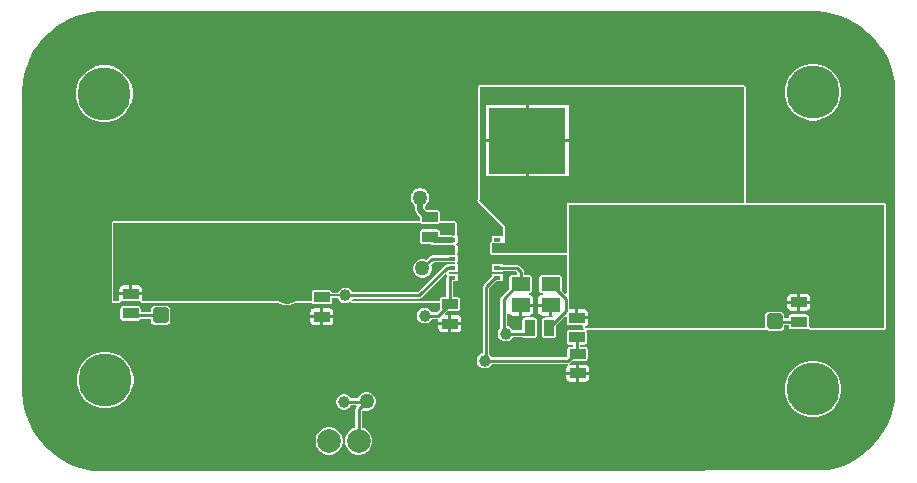
<source format=gtl>
G04*
G04 #@! TF.GenerationSoftware,Altium Limited,Altium Designer,23.5.1 (21)*
G04*
G04 Layer_Physical_Order=1*
G04 Layer_Color=255*
%FSLAX25Y25*%
%MOIN*%
G70*
G04*
G04 #@! TF.SameCoordinates,F2DA617C-CCEF-44E5-B4ED-05EE2DC053E7*
G04*
G04*
G04 #@! TF.FilePolarity,Positive*
G04*
G01*
G75*
%ADD11C,0.00984*%
G04:AMPARAMS|DCode=15|XSize=62.99mil|YSize=118.11mil|CornerRadius=4.72mil|HoleSize=0mil|Usage=FLASHONLY|Rotation=90.000|XOffset=0mil|YOffset=0mil|HoleType=Round|Shape=RoundedRectangle|*
%AMROUNDEDRECTD15*
21,1,0.06299,0.10866,0,0,90.0*
21,1,0.05354,0.11811,0,0,90.0*
1,1,0.00945,0.05433,0.02677*
1,1,0.00945,0.05433,-0.02677*
1,1,0.00945,-0.05433,-0.02677*
1,1,0.00945,-0.05433,0.02677*
%
%ADD15ROUNDEDRECTD15*%
%ADD16R,0.11221X0.04921*%
%ADD17R,0.25591X0.21850*%
%ADD18C,0.03937*%
G04:AMPARAMS|DCode=19|XSize=55.12mil|YSize=35.43mil|CornerRadius=2.66mil|HoleSize=0mil|Usage=FLASHONLY|Rotation=180.000|XOffset=0mil|YOffset=0mil|HoleType=Round|Shape=RoundedRectangle|*
%AMROUNDEDRECTD19*
21,1,0.05512,0.03012,0,0,180.0*
21,1,0.04980,0.03543,0,0,180.0*
1,1,0.00532,-0.02490,0.01506*
1,1,0.00532,0.02490,0.01506*
1,1,0.00532,0.02490,-0.01506*
1,1,0.00532,-0.02490,-0.01506*
%
%ADD19ROUNDEDRECTD19*%
G04:AMPARAMS|DCode=20|XSize=49.21mil|YSize=62.99mil|CornerRadius=4.92mil|HoleSize=0mil|Usage=FLASHONLY|Rotation=90.000|XOffset=0mil|YOffset=0mil|HoleType=Round|Shape=RoundedRectangle|*
%AMROUNDEDRECTD20*
21,1,0.04921,0.05315,0,0,90.0*
21,1,0.03937,0.06299,0,0,90.0*
1,1,0.00984,0.02657,0.01968*
1,1,0.00984,0.02657,-0.01968*
1,1,0.00984,-0.02657,-0.01968*
1,1,0.00984,-0.02657,0.01968*
%
%ADD20ROUNDEDRECTD20*%
%ADD22R,0.02362X0.01181*%
G04:AMPARAMS|DCode=23|XSize=51.18mil|YSize=51.18mil|CornerRadius=5.12mil|HoleSize=0mil|Usage=FLASHONLY|Rotation=270.000|XOffset=0mil|YOffset=0mil|HoleType=Round|Shape=RoundedRectangle|*
%AMROUNDEDRECTD23*
21,1,0.05118,0.04095,0,0,270.0*
21,1,0.04095,0.05118,0,0,270.0*
1,1,0.01024,-0.02047,-0.02047*
1,1,0.01024,-0.02047,0.02047*
1,1,0.01024,0.02047,0.02047*
1,1,0.01024,0.02047,-0.02047*
%
%ADD23ROUNDEDRECTD23*%
G04:AMPARAMS|DCode=24|XSize=55.12mil|YSize=35.43mil|CornerRadius=2.66mil|HoleSize=0mil|Usage=FLASHONLY|Rotation=270.000|XOffset=0mil|YOffset=0mil|HoleType=Round|Shape=RoundedRectangle|*
%AMROUNDEDRECTD24*
21,1,0.05512,0.03012,0,0,270.0*
21,1,0.04980,0.03543,0,0,270.0*
1,1,0.00532,-0.01506,-0.02490*
1,1,0.00532,-0.01506,0.02490*
1,1,0.00532,0.01506,0.02490*
1,1,0.00532,0.01506,-0.02490*
%
%ADD24ROUNDEDRECTD24*%
%ADD25R,0.12500X0.12992*%
%ADD42R,0.10236X0.11811*%
%ADD43C,0.01968*%
%ADD44C,0.00600*%
%ADD45C,0.07874*%
%ADD46C,0.09055*%
%ADD47C,0.17717*%
%ADD48C,0.10000*%
%ADD49C,0.05000*%
G36*
X269511Y152176D02*
X272160Y151649D01*
X274744Y150866D01*
X277239Y149832D01*
X279621Y148559D01*
X281867Y147058D01*
X283955Y145345D01*
X285865Y143435D01*
X287578Y141347D01*
X289078Y139102D01*
X290352Y136720D01*
X291385Y134224D01*
X292169Y131640D01*
X292696Y128991D01*
X292961Y126303D01*
Y124953D01*
Y26528D01*
Y25177D01*
X292696Y22489D01*
X292169Y19840D01*
X291385Y17256D01*
X290352Y14761D01*
X289078Y12379D01*
X287578Y10133D01*
X285865Y8045D01*
X283955Y6135D01*
X281867Y4422D01*
X279621Y2922D01*
X277239Y1648D01*
X274744Y615D01*
X272160Y-169D01*
X270465Y-506D01*
X187916Y-961D01*
X27902D01*
X25214Y-696D01*
X22565Y-169D01*
X19980Y615D01*
X17485Y1648D01*
X15103Y2922D01*
X12857Y4422D01*
X10770Y6135D01*
X8860Y8045D01*
X7147Y10133D01*
X5646Y12379D01*
X4373Y14761D01*
X3339Y17256D01*
X2555Y19840D01*
X2028Y22489D01*
X1764Y25177D01*
Y26528D01*
Y124953D01*
Y126303D01*
X2028Y128991D01*
X2555Y131640D01*
X3339Y134224D01*
X4373Y136720D01*
X5646Y139102D01*
X7146Y141347D01*
X8860Y143435D01*
X10770Y145345D01*
X12857Y147058D01*
X15103Y148559D01*
X17485Y149832D01*
X19980Y150866D01*
X22565Y151649D01*
X25214Y152176D01*
X27902Y152441D01*
X266823D01*
X269511Y152176D01*
D02*
G37*
%LPC*%
G36*
X266404Y134931D02*
X264541D01*
X262714Y134567D01*
X260992Y133854D01*
X259443Y132819D01*
X258126Y131502D01*
X257091Y129953D01*
X256378Y128231D01*
X256014Y126404D01*
Y124541D01*
X256378Y122714D01*
X257091Y120992D01*
X258126Y119443D01*
X259443Y118126D01*
X260992Y117091D01*
X262714Y116378D01*
X264541Y116014D01*
X266404D01*
X268231Y116378D01*
X269953Y117091D01*
X271502Y118126D01*
X272819Y119443D01*
X273854Y120992D01*
X274567Y122714D01*
X274931Y124541D01*
Y126404D01*
X274567Y128231D01*
X273854Y129953D01*
X272819Y131502D01*
X271502Y132819D01*
X269953Y133854D01*
X268231Y134567D01*
X266404Y134931D01*
D02*
G37*
G36*
X30184Y134411D02*
X28320D01*
X26493Y134047D01*
X24772Y133335D01*
X23223Y132299D01*
X21905Y130982D01*
X20870Y129433D01*
X20157Y127712D01*
X19794Y125884D01*
Y124021D01*
X20157Y122194D01*
X20870Y120473D01*
X21905Y118923D01*
X23223Y117606D01*
X24772Y116571D01*
X26493Y115858D01*
X28320Y115495D01*
X30184D01*
X32011Y115858D01*
X33732Y116571D01*
X35281Y117606D01*
X36599Y118923D01*
X37634Y120473D01*
X38347Y122194D01*
X38710Y124021D01*
Y125884D01*
X38347Y127712D01*
X37634Y129433D01*
X36599Y130982D01*
X35281Y132299D01*
X33732Y133335D01*
X32011Y134047D01*
X30184Y134411D01*
D02*
G37*
G36*
X242425Y127849D02*
X154325D01*
X153866Y127659D01*
X153675Y127200D01*
Y89641D01*
X153575Y89400D01*
X153765Y88941D01*
X162051Y80656D01*
Y77963D01*
X161986Y77490D01*
X158424D01*
Y75750D01*
X157983Y75568D01*
X157793Y75109D01*
Y71959D01*
X157983Y71500D01*
X158442Y71310D01*
X183351D01*
Y58401D01*
X182889Y58210D01*
X181733Y59365D01*
X181771Y59555D01*
Y63492D01*
X181686Y63918D01*
X181445Y64280D01*
X181084Y64521D01*
X180657Y64606D01*
X175343D01*
X174916Y64521D01*
X174555Y64280D01*
X174314Y63918D01*
X174229Y63492D01*
Y59555D01*
X174314Y59129D01*
X174555Y58768D01*
X174916Y58526D01*
X175343Y58442D01*
Y57966D01*
X174760Y57850D01*
X174267Y57521D01*
X173937Y57027D01*
X173821Y56445D01*
Y54976D01*
X178000D01*
Y54476D01*
X178500D01*
Y50986D01*
X178829D01*
X179084Y50486D01*
X179002Y50373D01*
X175990D01*
X175652Y50306D01*
X175366Y50114D01*
X175175Y49828D01*
X175107Y49490D01*
Y44510D01*
X175175Y44172D01*
X175366Y43886D01*
X175652Y43694D01*
X175990Y43627D01*
X179002D01*
X179340Y43694D01*
X179626Y43886D01*
X179817Y44172D01*
X179885Y44510D01*
Y47814D01*
X182890Y50819D01*
X183352Y50627D01*
Y48742D01*
X183419Y48404D01*
X183610Y48118D01*
X183897Y47927D01*
X184234Y47859D01*
X188453D01*
X188812Y47436D01*
X188861Y46936D01*
X188964Y46743D01*
X189007Y46641D01*
X188795Y46141D01*
X184234D01*
X183897Y46073D01*
X183610Y45882D01*
X183419Y45596D01*
X183352Y45258D01*
Y42246D01*
X183419Y41908D01*
X183610Y41622D01*
X183897Y41431D01*
X184234Y41363D01*
X185611D01*
Y40637D01*
X184510D01*
X184172Y40569D01*
X183886Y40378D01*
X183694Y40092D01*
X183627Y39754D01*
Y37434D01*
X183307Y37113D01*
X158323D01*
X158055Y37577D01*
X157577Y38055D01*
X157576Y38056D01*
Y60088D01*
X159998Y62510D01*
X161986D01*
Y64891D01*
X158424D01*
Y64085D01*
X155675Y61336D01*
X155434Y60975D01*
X155349Y60549D01*
Y38485D01*
X155009Y38394D01*
X154423Y38055D01*
X153945Y37577D01*
X153606Y36991D01*
X153431Y36338D01*
Y35662D01*
X153606Y35009D01*
X153945Y34423D01*
X154423Y33945D01*
X155009Y33606D01*
X155662Y33432D01*
X156338D01*
X156991Y33606D01*
X157577Y33945D01*
X158055Y34423D01*
X158323Y34887D01*
X183724D01*
X183768Y34887D01*
X183812Y34881D01*
X183967Y34418D01*
X183872Y34354D01*
X183597Y34170D01*
X183317Y33752D01*
X183219Y33258D01*
Y32252D01*
X186500D01*
Y34548D01*
X184510D01*
X184343Y34515D01*
X184194Y34971D01*
X184326Y35059D01*
X184555Y35213D01*
X185202Y35859D01*
X189490D01*
X189828Y35927D01*
X190114Y36118D01*
X190306Y36404D01*
X190373Y36742D01*
Y39754D01*
X190306Y40092D01*
X190114Y40378D01*
X189828Y40569D01*
X189490Y40637D01*
X187838D01*
Y41363D01*
X189215D01*
X189552Y41431D01*
X189839Y41622D01*
X190030Y41908D01*
X190097Y42246D01*
Y45258D01*
X190030Y45596D01*
X189860Y45851D01*
X189896Y46018D01*
X190038Y46351D01*
X249472D01*
X249504Y46363D01*
X249536Y46354D01*
X249729Y46457D01*
X249754Y46467D01*
X249876Y46285D01*
X250243Y46039D01*
X250677Y45953D01*
X254772D01*
X255205Y46039D01*
X255573Y46285D01*
X255819Y46653D01*
X255905Y47087D01*
Y47886D01*
X257351D01*
Y47494D01*
X257419Y47156D01*
X257610Y46870D01*
X257896Y46679D01*
X258234Y46611D01*
X263215D01*
X263552Y46679D01*
X264022Y46541D01*
X264217Y46460D01*
X264400Y46356D01*
X264442Y46367D01*
X264481Y46351D01*
X289000D01*
X289459Y46541D01*
X289649Y47000D01*
X289649Y88000D01*
X289459Y88459D01*
X289000Y88649D01*
X243074D01*
Y127200D01*
X242884Y127659D01*
X242425Y127849D01*
D02*
G37*
G36*
X50047Y54315D02*
X45953D01*
X45519Y54228D01*
X45151Y53983D01*
X44905Y53615D01*
X44819Y53181D01*
Y52247D01*
X41373D01*
Y53258D01*
X41306Y53596D01*
X41114Y53882D01*
X40828Y54073D01*
X40490Y54141D01*
X35510D01*
X35172Y54073D01*
X34886Y53882D01*
X34694Y53596D01*
X34627Y53258D01*
Y50246D01*
X34694Y49908D01*
X34886Y49622D01*
X35172Y49431D01*
X35510Y49363D01*
X40490D01*
X40828Y49431D01*
X41114Y49622D01*
X41306Y49908D01*
X41328Y50020D01*
X44819D01*
Y49087D01*
X44905Y48653D01*
X45151Y48285D01*
X45519Y48039D01*
X45953Y47953D01*
X50047D01*
X50481Y48039D01*
X50849Y48285D01*
X51095Y48653D01*
X51181Y49087D01*
Y53181D01*
X51095Y53615D01*
X50849Y53983D01*
X50481Y54228D01*
X50047Y54315D01*
D02*
G37*
G36*
X134908Y93400D02*
X134092D01*
X133303Y93189D01*
X132597Y92781D01*
X132019Y92203D01*
X131611Y91497D01*
X131400Y90708D01*
Y89892D01*
X131611Y89103D01*
X132019Y88397D01*
X132597Y87819D01*
X132885Y87653D01*
Y86164D01*
X133008Y85546D01*
X133358Y85022D01*
X134427Y83952D01*
Y82449D01*
X32300D01*
X31841Y82259D01*
X31651Y81800D01*
Y55800D01*
X31841Y55341D01*
X32300Y55151D01*
X34016D01*
X34076Y55176D01*
X34140Y55163D01*
X34299Y55268D01*
X34475Y55341D01*
X34500Y55401D01*
X34554Y55437D01*
X34826Y55840D01*
X35172Y55927D01*
X35510Y55859D01*
X40490D01*
X40828Y55927D01*
X41174Y55840D01*
X41446Y55437D01*
X41500Y55401D01*
X41525Y55341D01*
X41701Y55268D01*
X41860Y55163D01*
X41924Y55176D01*
X41984Y55151D01*
X87199D01*
X87839Y54782D01*
X89263Y54400D01*
X90737D01*
X92162Y54782D01*
X92800Y55151D01*
X98327D01*
X98460Y55206D01*
X98586Y55018D01*
X98872Y54827D01*
X99210Y54759D01*
X104190D01*
X104528Y54827D01*
X104814Y55018D01*
X105006Y55304D01*
X105073Y55642D01*
Y56836D01*
X107214D01*
X107234Y56762D01*
X107572Y56177D01*
X108050Y55699D01*
X108636Y55361D01*
X109289Y55185D01*
X109965D01*
X110618Y55361D01*
X110883Y55513D01*
X111226Y55525D01*
X111504Y55395D01*
X111555Y55344D01*
X111556Y55341D01*
X111685Y55287D01*
X111786Y55192D01*
X111905Y55196D01*
X112015Y55151D01*
X140990D01*
Y53353D01*
X141039Y53109D01*
X140043Y52113D01*
X138323D01*
X138055Y52577D01*
X137577Y53055D01*
X136991Y53394D01*
X136338Y53569D01*
X135662D01*
X135009Y53394D01*
X134423Y53055D01*
X133945Y52577D01*
X133607Y51991D01*
X133431Y51338D01*
Y50662D01*
X133607Y50009D01*
X133945Y49423D01*
X134423Y48945D01*
X135009Y48607D01*
X135662Y48432D01*
X136338D01*
X136991Y48607D01*
X137577Y48945D01*
X138055Y49423D01*
X138323Y49887D01*
X140108D01*
X140506Y49872D01*
X140582Y49400D01*
Y48863D01*
X143863D01*
Y51159D01*
X142891D01*
X142700Y51621D01*
X143549Y52470D01*
X146853D01*
X147191Y52538D01*
X147477Y52729D01*
X147669Y53015D01*
X147736Y53353D01*
Y56365D01*
X147669Y56703D01*
X147477Y56989D01*
X147191Y57181D01*
X146853Y57248D01*
X145476D01*
Y62510D01*
X147025D01*
Y64891D01*
X144256D01*
X143991Y65362D01*
X144162Y65660D01*
X147025D01*
Y68041D01*
X146674D01*
Y68809D01*
X147025D01*
Y71191D01*
X146674D01*
Y71959D01*
X147025D01*
Y74340D01*
X146759D01*
X146545Y74763D01*
X146832Y75109D01*
X147025D01*
Y77490D01*
X146987D01*
X146932Y77527D01*
X146668Y77952D01*
X146656Y77997D01*
X146674Y78039D01*
Y81800D01*
X146484Y82259D01*
X146024Y82449D01*
X141173D01*
Y85354D01*
X141106Y85692D01*
X140914Y85978D01*
X140628Y86169D01*
X140290Y86237D01*
X136712D01*
X136115Y86833D01*
Y87653D01*
X136403Y87819D01*
X136981Y88397D01*
X137389Y89103D01*
X137600Y89892D01*
Y90708D01*
X137389Y91497D01*
X136981Y92203D01*
X136403Y92781D01*
X135697Y93189D01*
X134908Y93400D01*
D02*
G37*
G36*
X104190Y53448D02*
X102200D01*
Y51152D01*
X105481D01*
Y52158D01*
X105383Y52652D01*
X105103Y53070D01*
X104684Y53350D01*
X104190Y53448D01*
D02*
G37*
G36*
X101200D02*
X99210D01*
X98716Y53350D01*
X98297Y53070D01*
X98018Y52652D01*
X97919Y52158D01*
Y51152D01*
X101200D01*
Y53448D01*
D02*
G37*
G36*
X177500Y53976D02*
X173821D01*
Y52508D01*
X173937Y51926D01*
X174267Y51432D01*
X174760Y51102D01*
X175343Y50986D01*
X177500D01*
Y53976D01*
D02*
G37*
G36*
X172179D02*
X168500D01*
Y50986D01*
X170658D01*
X171240Y51102D01*
X171733Y51432D01*
X172063Y51926D01*
X172179Y52508D01*
Y53976D01*
D02*
G37*
G36*
X161986Y68041D02*
X158424D01*
Y65660D01*
X161986D01*
Y65737D01*
X166389D01*
X166886Y65240D01*
Y64606D01*
X165342D01*
X164916Y64521D01*
X164555Y64280D01*
X164314Y63918D01*
X164229Y63492D01*
Y60016D01*
X161531Y57318D01*
X161289Y56957D01*
X161204Y56531D01*
Y47053D01*
X161240Y46873D01*
X160945Y46577D01*
X160607Y45991D01*
X160432Y45338D01*
Y44662D01*
X160607Y44009D01*
X160945Y43423D01*
X161423Y42945D01*
X162009Y42606D01*
X162662Y42432D01*
X163338D01*
X163991Y42606D01*
X164577Y42945D01*
X165055Y43423D01*
X165323Y43887D01*
X168869D01*
X168870Y43886D01*
X169156Y43694D01*
X169494Y43627D01*
X172506D01*
X172844Y43694D01*
X173130Y43886D01*
X173321Y44172D01*
X173389Y44510D01*
Y49490D01*
X173321Y49828D01*
X173130Y50114D01*
X172844Y50306D01*
X172506Y50373D01*
X169494D01*
X169156Y50306D01*
X168870Y50114D01*
X168679Y49828D01*
X168611Y49490D01*
Y46113D01*
X165323D01*
X165055Y46577D01*
X164577Y47055D01*
X163991Y47394D01*
X163432Y47543D01*
Y51904D01*
X163932Y51953D01*
X163937Y51926D01*
X164267Y51432D01*
X164760Y51102D01*
X165342Y50986D01*
X167500D01*
Y54476D01*
X168000D01*
Y54976D01*
X172179D01*
Y56445D01*
X172063Y57027D01*
X171733Y57521D01*
X171240Y57850D01*
X170658Y57966D01*
Y58442D01*
X171084Y58526D01*
X171445Y58768D01*
X171686Y59129D01*
X171771Y59555D01*
Y63492D01*
X171686Y63918D01*
X171445Y64280D01*
X171084Y64521D01*
X170658Y64606D01*
X169114D01*
Y65701D01*
X169029Y66127D01*
X168787Y66488D01*
X168787Y66488D01*
X167638Y67638D01*
X167277Y67879D01*
X166850Y67964D01*
X161986D01*
Y68041D01*
D02*
G37*
G36*
X146853Y51159D02*
X144863D01*
Y48863D01*
X148144D01*
Y49869D01*
X148046Y50363D01*
X147766Y50782D01*
X147347Y51061D01*
X146853Y51159D01*
D02*
G37*
G36*
X105481Y50152D02*
X102200D01*
Y47855D01*
X104190D01*
X104684Y47954D01*
X105103Y48234D01*
X105383Y48652D01*
X105481Y49146D01*
Y50152D01*
D02*
G37*
G36*
X101200D02*
X97919D01*
Y49146D01*
X98018Y48652D01*
X98297Y48234D01*
X98716Y47954D01*
X99210Y47855D01*
X101200D01*
Y50152D01*
D02*
G37*
G36*
X148144Y47863D02*
X144863D01*
Y45567D01*
X146853D01*
X147347Y45665D01*
X147766Y45944D01*
X148046Y46363D01*
X148144Y46857D01*
Y47863D01*
D02*
G37*
G36*
X143863D02*
X140582D01*
Y46857D01*
X140681Y46363D01*
X140960Y45944D01*
X141379Y45665D01*
X141873Y45567D01*
X143863D01*
Y47863D01*
D02*
G37*
G36*
X189490Y34548D02*
X187500D01*
Y32252D01*
X190781D01*
Y33258D01*
X190682Y33752D01*
X190403Y34170D01*
X189984Y34450D01*
X189490Y34548D01*
D02*
G37*
G36*
X190781Y31252D02*
X187500D01*
Y28956D01*
X189490D01*
X189984Y29054D01*
X190403Y29333D01*
X190682Y29752D01*
X190781Y30246D01*
Y31252D01*
D02*
G37*
G36*
X186500D02*
X183219D01*
Y30246D01*
X183317Y29752D01*
X183597Y29333D01*
X184016Y29054D01*
X184510Y28956D01*
X186500D01*
Y31252D01*
D02*
G37*
G36*
X117108Y25500D02*
X116292D01*
X115503Y25289D01*
X114797Y24881D01*
X114219Y24303D01*
X113811Y23597D01*
X113762Y23414D01*
X111465D01*
X111255Y23777D01*
X110777Y24255D01*
X110191Y24593D01*
X109538Y24769D01*
X108862D01*
X108209Y24593D01*
X107623Y24255D01*
X107145Y23777D01*
X106807Y23191D01*
X106632Y22538D01*
Y21862D01*
X106807Y21209D01*
X107145Y20623D01*
X107623Y20145D01*
X108209Y19806D01*
X108862Y19632D01*
X109538D01*
X110191Y19806D01*
X110777Y20145D01*
X111255Y20623D01*
X111581Y21186D01*
X113205D01*
X113412Y20686D01*
X113247Y20522D01*
X113006Y20161D01*
X112921Y19735D01*
Y13573D01*
X112283Y13402D01*
X111249Y12804D01*
X110404Y11960D01*
X109807Y10925D01*
X109498Y9771D01*
Y8577D01*
X109807Y7423D01*
X110404Y6388D01*
X111249Y5544D01*
X112283Y4946D01*
X113437Y4637D01*
X114632D01*
X115786Y4946D01*
X116820Y5544D01*
X117665Y6388D01*
X118263Y7423D01*
X118572Y8577D01*
Y9771D01*
X118263Y10925D01*
X117665Y11960D01*
X116820Y12804D01*
X115786Y13402D01*
X115148Y13573D01*
Y19161D01*
X115304Y19315D01*
X115555Y19497D01*
X116292Y19300D01*
X117108D01*
X117897Y19511D01*
X118603Y19919D01*
X119181Y20497D01*
X119589Y21203D01*
X119800Y21992D01*
Y22808D01*
X119589Y23597D01*
X119181Y24303D01*
X118603Y24881D01*
X117897Y25289D01*
X117108Y25500D01*
D02*
G37*
G36*
X30459Y38986D02*
X28596D01*
X26769Y38622D01*
X25047Y37909D01*
X23498Y36874D01*
X22181Y35557D01*
X21146Y34008D01*
X20433Y32286D01*
X20069Y30459D01*
Y28596D01*
X20433Y26769D01*
X21146Y25047D01*
X22181Y23498D01*
X23498Y22181D01*
X25047Y21146D01*
X26769Y20433D01*
X28596Y20069D01*
X30459D01*
X32286Y20433D01*
X34008Y21146D01*
X35557Y22181D01*
X36874Y23498D01*
X37909Y25047D01*
X38622Y26769D01*
X38986Y28596D01*
Y30459D01*
X38622Y32286D01*
X37909Y34008D01*
X36874Y35557D01*
X35557Y36874D01*
X34008Y37909D01*
X32286Y38622D01*
X30459Y38986D01*
D02*
G37*
G36*
X266404Y35986D02*
X264541D01*
X262714Y35622D01*
X260992Y34909D01*
X259443Y33874D01*
X258126Y32557D01*
X257091Y31008D01*
X256378Y29286D01*
X256014Y27459D01*
Y25596D01*
X256378Y23769D01*
X257091Y22047D01*
X258126Y20498D01*
X259443Y19181D01*
X260992Y18146D01*
X262714Y17433D01*
X264541Y17069D01*
X266404D01*
X268231Y17433D01*
X269953Y18146D01*
X271502Y19181D01*
X272819Y20498D01*
X273854Y22047D01*
X274567Y23769D01*
X274931Y25596D01*
Y27459D01*
X274567Y29286D01*
X273854Y31008D01*
X272819Y32557D01*
X271502Y33874D01*
X269953Y34909D01*
X268231Y35622D01*
X266404Y35986D01*
D02*
G37*
G36*
X104789Y13711D02*
X103595D01*
X102441Y13402D01*
X101406Y12804D01*
X100562Y11960D01*
X99964Y10925D01*
X99655Y9771D01*
Y8577D01*
X99964Y7423D01*
X100562Y6388D01*
X101406Y5544D01*
X102441Y4946D01*
X103595Y4637D01*
X104789D01*
X105943Y4946D01*
X106978Y5544D01*
X107823Y6388D01*
X108420Y7423D01*
X108729Y8577D01*
Y9771D01*
X108420Y10925D01*
X107823Y11960D01*
X106978Y12804D01*
X105943Y13402D01*
X104789Y13711D01*
D02*
G37*
%LPD*%
G36*
X242425Y88649D02*
X184000D01*
X183541Y88459D01*
X183351Y88000D01*
Y80900D01*
Y71959D01*
X158442D01*
Y75109D01*
X161986D01*
Y75109D01*
X161987Y75110D01*
X162700Y75097D01*
Y80900D01*
X162725D01*
X154225Y89400D01*
X154325Y89500D01*
Y127200D01*
X242425D01*
Y88649D01*
D02*
G37*
G36*
X289000Y47000D02*
X264481D01*
X264097Y47494D01*
Y50506D01*
X264030Y50844D01*
X263839Y51130D01*
X263552Y51321D01*
X263215Y51389D01*
X258234D01*
X257896Y51321D01*
X257610Y51130D01*
X257419Y50844D01*
X257351Y50506D01*
Y50113D01*
X255905D01*
Y51181D01*
X255819Y51615D01*
X255573Y51983D01*
X255205Y52228D01*
X254772Y52315D01*
X250677D01*
X250243Y52228D01*
X249876Y51983D01*
X249630Y51615D01*
X249544Y51181D01*
Y47087D01*
X249472Y47000D01*
X189507D01*
X189458Y47500D01*
X189708Y47550D01*
X190127Y47830D01*
X190407Y48248D01*
X190505Y48742D01*
Y49748D01*
X186724D01*
Y50248D01*
X186224D01*
Y53044D01*
X184234D01*
X184114Y53144D01*
Y56524D01*
X184114Y56524D01*
X184029Y56950D01*
X184000Y56993D01*
Y88000D01*
X289000D01*
X289000Y47000D01*
D02*
G37*
%LPC*%
G36*
X184094Y121225D02*
X170798D01*
Y109800D01*
X184094D01*
Y121225D01*
D02*
G37*
G36*
X169798D02*
X156503D01*
Y109800D01*
X169798D01*
Y121225D01*
D02*
G37*
G36*
X184094Y108800D02*
X170798D01*
Y97375D01*
X184094D01*
Y108800D01*
D02*
G37*
G36*
X169798D02*
X156503D01*
Y97375D01*
X169798D01*
Y108800D01*
D02*
G37*
G36*
X263215Y58293D02*
X261224D01*
Y55996D01*
X264505D01*
Y57002D01*
X264407Y57496D01*
X264127Y57915D01*
X263708Y58194D01*
X263215Y58293D01*
D02*
G37*
G36*
X260224D02*
X258234D01*
X257740Y58194D01*
X257322Y57915D01*
X257042Y57496D01*
X256944Y57002D01*
Y55996D01*
X260224D01*
Y58293D01*
D02*
G37*
G36*
X264505Y54996D02*
X261224D01*
Y52700D01*
X263215D01*
X263708Y52798D01*
X264127Y53078D01*
X264407Y53496D01*
X264505Y53990D01*
Y54996D01*
D02*
G37*
G36*
X260224D02*
X256944D01*
Y53990D01*
X257042Y53496D01*
X257322Y53078D01*
X257740Y52798D01*
X258234Y52700D01*
X260224D01*
Y54996D01*
D02*
G37*
G36*
X189215Y53044D02*
X187224D01*
Y50748D01*
X190505D01*
Y51754D01*
X190407Y52248D01*
X190127Y52666D01*
X189708Y52946D01*
X189215Y53044D01*
D02*
G37*
%LPD*%
G36*
X146024Y78039D02*
X145524Y77659D01*
X145244Y77715D01*
X141173D01*
Y78858D01*
X141106Y79196D01*
X140914Y79482D01*
X140628Y79673D01*
X140290Y79741D01*
X135310D01*
X134972Y79673D01*
X134686Y79482D01*
X134494Y79196D01*
X134427Y78858D01*
Y75846D01*
X134494Y75508D01*
X134686Y75222D01*
X134972Y75031D01*
X135310Y74963D01*
X137904D01*
X137910Y74958D01*
X138434Y74608D01*
X139052Y74485D01*
X145244D01*
X145524Y74541D01*
X146024Y74160D01*
Y71191D01*
X143463D01*
Y71114D01*
X138592D01*
X138166Y71029D01*
X137805Y70787D01*
X136574Y69557D01*
X136500Y69600D01*
X135712Y69811D01*
X134895D01*
X134107Y69600D01*
X133400Y69192D01*
X132823Y68615D01*
X132415Y67908D01*
X132203Y67119D01*
Y66303D01*
X132415Y65515D01*
X132823Y64808D01*
X133400Y64231D01*
X134107Y63823D01*
X134895Y63611D01*
X135712D01*
X136500Y63823D01*
X137207Y64231D01*
X137784Y64808D01*
X138192Y65515D01*
X138403Y66303D01*
Y67119D01*
X138192Y67908D01*
X138149Y67982D01*
X139053Y68887D01*
X143463D01*
Y68809D01*
X146024D01*
Y68041D01*
X143463D01*
Y67962D01*
X143354D01*
X142928Y67878D01*
X142567Y67636D01*
X133798Y58867D01*
X111950D01*
X111682Y59331D01*
X111204Y59809D01*
X110618Y60147D01*
X109965Y60322D01*
X109289D01*
X108636Y60147D01*
X108050Y59809D01*
X107572Y59331D01*
X107234Y58745D01*
X107214Y58672D01*
X105069D01*
X105006Y58992D01*
X104814Y59278D01*
X104528Y59469D01*
X104190Y59537D01*
X99210D01*
X98872Y59469D01*
X98586Y59278D01*
X98394Y58992D01*
X98327Y58654D01*
Y55800D01*
X41984D01*
X41713Y56203D01*
X41693Y56300D01*
X41781Y56742D01*
Y57748D01*
X34219D01*
Y56742D01*
X34307Y56300D01*
X34287Y56203D01*
X34016Y55800D01*
X32300D01*
Y81800D01*
X134631D01*
X134686Y81718D01*
X134972Y81527D01*
X135310Y81459D01*
X140290D01*
X140628Y81527D01*
X140914Y81718D01*
X140969Y81800D01*
X146024D01*
Y78039D01*
D02*
G37*
G36*
X143463Y64676D02*
Y64029D01*
X143334Y63836D01*
X143249Y63410D01*
Y57248D01*
X141873D01*
X141535Y57181D01*
X141249Y56989D01*
X141057Y56703D01*
X140990Y56365D01*
Y55800D01*
X112015D01*
X111814Y56243D01*
X112067Y56640D01*
X134259D01*
X134686Y56725D01*
X135047Y56967D01*
X142963Y64883D01*
X143463Y64676D01*
D02*
G37*
%LPC*%
G36*
X40490Y61045D02*
X38500D01*
Y58748D01*
X41781D01*
Y59754D01*
X41682Y60248D01*
X41403Y60667D01*
X40984Y60946D01*
X40490Y61045D01*
D02*
G37*
G36*
X37500D02*
X35510D01*
X35016Y60946D01*
X34597Y60667D01*
X34317Y60248D01*
X34219Y59754D01*
Y58748D01*
X37500D01*
Y61045D01*
D02*
G37*
%LPD*%
D11*
X135303Y66711D02*
X138592Y70000D01*
X145244D01*
X140504Y51000D02*
X144115Y54611D01*
X114035Y19735D02*
X116600Y22300D01*
X109627Y57754D02*
X134259D01*
X143354Y66849D01*
X114035Y9174D02*
Y19735D01*
X109300Y22300D02*
X116600D01*
X38000Y51134D02*
X48000D01*
X145243Y66849D02*
X145244Y66850D01*
X143354Y66849D02*
X145243D01*
X136000Y51000D02*
X140504D01*
X144363Y54859D02*
Y63410D01*
X177496Y47000D02*
X183000Y52504D01*
Y56524D01*
X178000Y61524D02*
X183000Y56524D01*
X162435Y45565D02*
X163000Y45000D01*
X162435Y45565D02*
Y46936D01*
X162318Y47053D02*
X162435Y46936D01*
X162318Y47053D02*
Y56531D01*
X167311Y61524D01*
X168000D01*
Y65701D01*
X166850Y66850D02*
X168000Y65701D01*
X171000Y46279D02*
Y47000D01*
X169720Y45000D02*
X171000Y46279D01*
X163000Y45000D02*
X169720D01*
X183768Y36000D02*
X186016Y38248D01*
X156000Y36000D02*
X183768D01*
X156462Y60549D02*
X159614Y63701D01*
X156462Y36462D02*
Y60549D01*
X156000Y36000D02*
X156462Y36462D01*
X186016Y38248D02*
X187000D01*
X160205Y66850D02*
X166850D01*
X185740Y43752D02*
X186724D01*
X159614Y63701D02*
X160205D01*
X186724Y38248D02*
Y43752D01*
X252724Y49134D02*
X252858Y49000D01*
X260724D01*
D15*
X236724Y36113D02*
D03*
Y50287D02*
D03*
X91000Y90087D02*
D03*
Y75913D02*
D03*
X108000Y90087D02*
D03*
Y75913D02*
D03*
X123100Y90187D02*
D03*
Y76013D02*
D03*
X218824Y36313D02*
D03*
Y50487D02*
D03*
X201024Y36613D02*
D03*
Y50787D02*
D03*
D16*
X145102Y118454D02*
D03*
Y100146D02*
D03*
D17*
X170298Y109300D02*
D03*
D18*
X208724Y61200D02*
D03*
X109200Y22200D02*
D03*
X136000Y51000D02*
D03*
X109627Y57754D02*
D03*
X163000Y45000D02*
D03*
X156000Y36000D02*
D03*
X179500Y90700D02*
D03*
D19*
X186724Y43752D02*
D03*
Y50248D02*
D03*
X38000Y58248D02*
D03*
Y51752D02*
D03*
X187000Y38248D02*
D03*
Y31752D02*
D03*
X144363Y48363D02*
D03*
Y54859D02*
D03*
X101700Y57148D02*
D03*
Y50652D02*
D03*
X137800Y83848D02*
D03*
Y77352D02*
D03*
X260724Y49000D02*
D03*
Y55496D02*
D03*
D20*
X168000Y61524D02*
D03*
Y54476D02*
D03*
X178000D02*
D03*
Y61524D02*
D03*
D22*
X160205Y63701D02*
D03*
Y66850D02*
D03*
Y70000D02*
D03*
Y73150D02*
D03*
Y76299D02*
D03*
X145244Y63701D02*
D03*
Y66850D02*
D03*
Y70000D02*
D03*
Y73150D02*
D03*
Y76299D02*
D03*
D23*
X48000Y51134D02*
D03*
Y42866D02*
D03*
X252724Y49134D02*
D03*
Y40866D02*
D03*
D24*
X177496Y47000D02*
D03*
X171000D02*
D03*
D25*
X211700Y70600D02*
D03*
Y115600D02*
D03*
D42*
X152724Y70000D02*
D03*
D43*
X139052Y76100D02*
X145244D01*
X134500Y86164D02*
X136816Y83848D01*
X134500Y86164D02*
Y90300D01*
X136816Y83848D02*
X137800D01*
Y77352D02*
X139052Y76100D01*
D44*
X136816Y77352D02*
X137800D01*
X101700Y57148D02*
X102306Y57754D01*
X109627D01*
X144239Y54735D02*
X144363Y54859D01*
X144115Y54611D02*
X144239Y54735D01*
X116600Y22300D02*
X116700Y22400D01*
X109200Y22200D02*
X109300Y22300D01*
X179709Y68300D02*
X180900D01*
X178009Y70000D02*
X179709Y68300D01*
X160205Y70000D02*
X178009D01*
X144653Y63701D02*
X145244D01*
X144363Y63410D02*
X144653Y63701D01*
X144363Y54859D02*
X144726Y55222D01*
D45*
X104192Y9174D02*
D03*
X114035D02*
D03*
X123877D02*
D03*
D46*
X267000Y97843D02*
D03*
Y78158D02*
D03*
X64000Y73000D02*
D03*
Y92685D02*
D03*
D47*
X29528Y29528D02*
D03*
X265472Y125472D02*
D03*
Y26528D02*
D03*
X29252Y124953D02*
D03*
D48*
X9000Y55000D02*
D03*
X90000Y60000D02*
D03*
X287000Y118000D02*
D03*
X273000Y58000D02*
D03*
X284000Y38000D02*
D03*
D49*
X159400Y90500D02*
D03*
X134500Y90300D02*
D03*
X135303Y66711D02*
D03*
X154400Y72758D02*
D03*
X150700Y67357D02*
D03*
X275200Y109200D02*
D03*
X262600D02*
D03*
X287100Y100700D02*
D03*
X286700Y92400D02*
D03*
X251600Y100200D02*
D03*
X251500Y91900D02*
D03*
X286928Y109202D02*
D03*
X251494D02*
D03*
X106400Y32100D02*
D03*
X116700Y22400D02*
D03*
X180900Y68300D02*
D03*
X14000Y106000D02*
D03*
Y86000D02*
D03*
Y67000D02*
D03*
X37000Y86000D02*
D03*
Y96000D02*
D03*
X85000Y108000D02*
D03*
X72000D02*
D03*
X58000D02*
D03*
X38000Y107000D02*
D03*
X288500Y132158D02*
D03*
Y32157D02*
D03*
X276000Y7158D02*
D03*
X251000D02*
D03*
X238500Y132158D02*
D03*
X226000Y7158D02*
D03*
X213500Y132158D02*
D03*
Y32157D02*
D03*
X201000Y7158D02*
D03*
X188500Y132158D02*
D03*
X176000Y7158D02*
D03*
X163500Y132158D02*
D03*
X151000Y57157D02*
D03*
X163500Y32157D02*
D03*
X151000Y7158D02*
D03*
X138500Y132158D02*
D03*
X126000Y107158D02*
D03*
X138500Y32157D02*
D03*
X113500Y132158D02*
D03*
X101000Y107158D02*
D03*
X88500Y132158D02*
D03*
Y32157D02*
D03*
X76000Y7158D02*
D03*
X63500Y132158D02*
D03*
Y32157D02*
D03*
X51000Y7158D02*
D03*
X26000D02*
D03*
M02*

</source>
